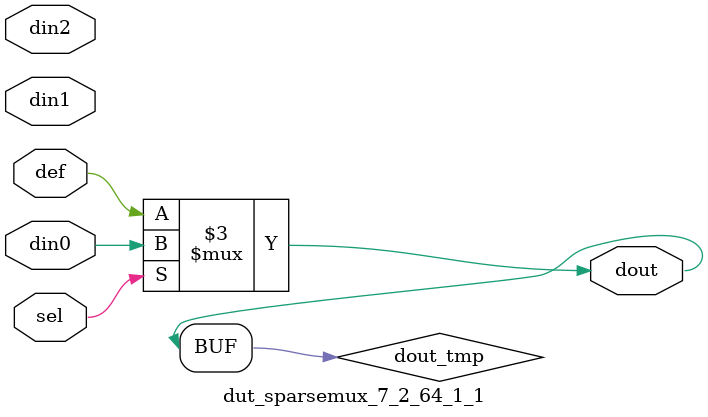
<source format=v>
`timescale 1ns / 1ps

module dut_sparsemux_7_2_64_1_1 (din0,din1,din2,def,sel,dout);

parameter din0_WIDTH = 1;

parameter din1_WIDTH = 1;

parameter din2_WIDTH = 1;

parameter def_WIDTH = 1;
parameter sel_WIDTH = 1;
parameter dout_WIDTH = 1;

parameter [sel_WIDTH-1:0] CASE0 = 1;

parameter [sel_WIDTH-1:0] CASE1 = 1;

parameter [sel_WIDTH-1:0] CASE2 = 1;

parameter ID = 1;
parameter NUM_STAGE = 1;



input [din0_WIDTH-1:0] din0;

input [din1_WIDTH-1:0] din1;

input [din2_WIDTH-1:0] din2;

input [def_WIDTH-1:0] def;
input [sel_WIDTH-1:0] sel;

output [dout_WIDTH-1:0] dout;



reg [dout_WIDTH-1:0] dout_tmp;

always @ (*) begin
case (sel)
    
    CASE0 : dout_tmp = din0;
    
    CASE1 : dout_tmp = din1;
    
    CASE2 : dout_tmp = din2;
    
    default : dout_tmp = def;
endcase
end


assign dout = dout_tmp;



endmodule

</source>
